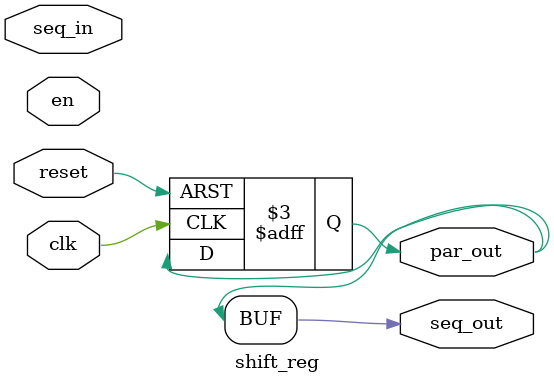
<source format=sv>

module shift_reg
# (
    parameter w = 1
) 
(
    input                  clk,
    input                  reset,
    input                  en,
    input                  seq_in,
    output                 seq_out,
    output logic [w - 1:0] par_out
);

    always_ff @ (posedge clk or posedge reset)
        if (reset)
            par_out <= '0;
        else if (en)
            par_out <= { seq_in, par_out [w - 1 : 1] };

    assign seq_out = par_out [0];

endmodule

</source>
